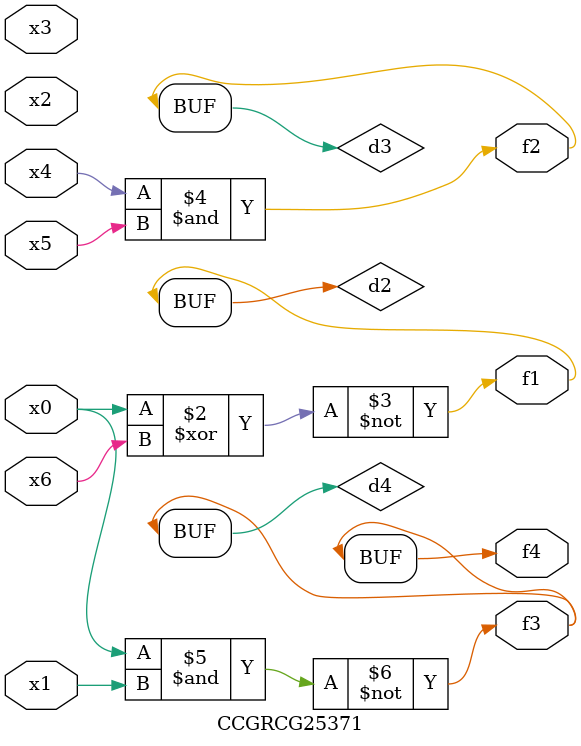
<source format=v>
module CCGRCG25371(
	input x0, x1, x2, x3, x4, x5, x6,
	output f1, f2, f3, f4
);

	wire d1, d2, d3, d4;

	nor (d1, x0);
	xnor (d2, x0, x6);
	and (d3, x4, x5);
	nand (d4, x0, x1);
	assign f1 = d2;
	assign f2 = d3;
	assign f3 = d4;
	assign f4 = d4;
endmodule

</source>
